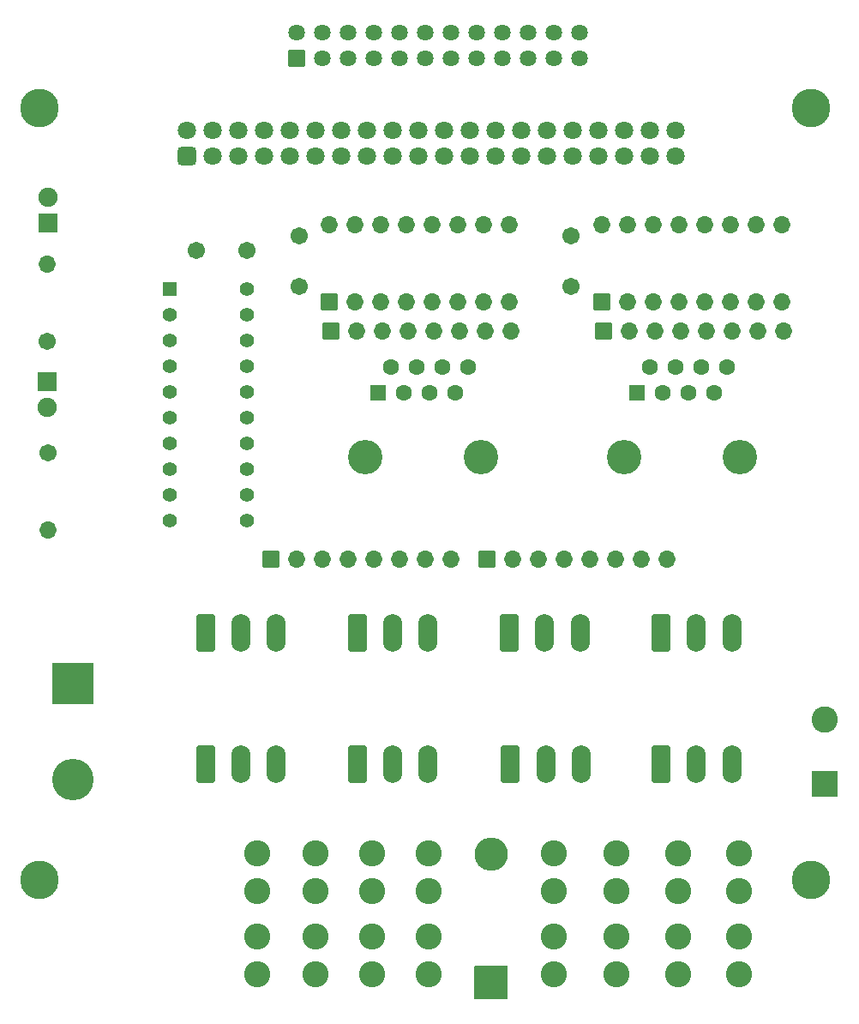
<source format=gbr>
%TF.GenerationSoftware,KiCad,Pcbnew,(6.0.7)*%
%TF.CreationDate,2022-08-24T09:57:57-04:00*%
%TF.ProjectId,Multi_Expansion,4d756c74-695f-4457-9870-616e73696f6e,v3*%
%TF.SameCoordinates,Original*%
%TF.FileFunction,Soldermask,Bot*%
%TF.FilePolarity,Negative*%
%FSLAX46Y46*%
G04 Gerber Fmt 4.6, Leading zero omitted, Abs format (unit mm)*
G04 Created by KiCad (PCBNEW (6.0.7)) date 2022-08-24 09:57:57*
%MOMM*%
%LPD*%
G01*
G04 APERTURE LIST*
G04 Aperture macros list*
%AMRoundRect*
0 Rectangle with rounded corners*
0 $1 Rounding radius*
0 $2 $3 $4 $5 $6 $7 $8 $9 X,Y pos of 4 corners*
0 Add a 4 corners polygon primitive as box body*
4,1,4,$2,$3,$4,$5,$6,$7,$8,$9,$2,$3,0*
0 Add four circle primitives for the rounded corners*
1,1,$1+$1,$2,$3*
1,1,$1+$1,$4,$5*
1,1,$1+$1,$6,$7*
1,1,$1+$1,$8,$9*
0 Add four rect primitives between the rounded corners*
20,1,$1+$1,$2,$3,$4,$5,0*
20,1,$1+$1,$4,$5,$6,$7,0*
20,1,$1+$1,$6,$7,$8,$9,0*
20,1,$1+$1,$8,$9,$2,$3,0*%
G04 Aperture macros list end*
%ADD10RoundRect,0.301000X-0.650000X-1.550000X0.650000X-1.550000X0.650000X1.550000X-0.650000X1.550000X0*%
%ADD11O,1.902000X3.702000*%
%ADD12C,2.577000*%
%ADD13C,1.702000*%
%ADD14RoundRect,0.051000X-0.800000X-0.800000X0.800000X-0.800000X0.800000X0.800000X-0.800000X0.800000X0*%
%ADD15O,1.702000X1.702000*%
%ADD16RoundRect,0.051000X1.600000X-1.600000X1.600000X1.600000X-1.600000X1.600000X-1.600000X-1.600000X0*%
%ADD17O,3.302000X3.302000*%
%ADD18RoundRect,0.051000X0.900000X-0.900000X0.900000X0.900000X-0.900000X0.900000X-0.900000X-0.900000X0*%
%ADD19C,1.902000*%
%ADD20RoundRect,0.051000X-0.647700X-0.647700X0.647700X-0.647700X0.647700X0.647700X-0.647700X0.647700X0*%
%ADD21C,1.397400*%
%ADD22C,3.802000*%
%ADD23RoundRect,0.051000X-2.000000X2.000000X-2.000000X-2.000000X2.000000X-2.000000X2.000000X2.000000X0*%
%ADD24C,4.102000*%
%ADD25RoundRect,0.051000X-0.900000X0.900000X-0.900000X-0.900000X0.900000X-0.900000X0.900000X0.900000X0*%
%ADD26RoundRect,0.051000X0.800000X-0.800000X0.800000X0.800000X-0.800000X0.800000X-0.800000X-0.800000X0*%
%ADD27C,3.402000*%
%ADD28RoundRect,0.051000X-0.750000X-0.750000X0.750000X-0.750000X0.750000X0.750000X-0.750000X0.750000X0*%
%ADD29C,1.602000*%
%ADD30RoundRect,0.051000X1.250000X-1.250000X1.250000X1.250000X-1.250000X1.250000X-1.250000X-1.250000X0*%
%ADD31C,2.602000*%
%ADD32RoundRect,0.301000X0.600000X-0.600000X0.600000X0.600000X-0.600000X0.600000X-0.600000X-0.600000X0*%
%ADD33C,1.802000*%
%ADD34RoundRect,0.051000X-0.765000X-0.765000X0.765000X-0.765000X0.765000X0.765000X-0.765000X0.765000X0*%
%ADD35C,1.632000*%
G04 APERTURE END LIST*
D10*
%TO.C,J2*%
X-112017200Y3500D03*
D11*
X-108517200Y3500D03*
X-105017200Y3500D03*
%TD*%
D10*
%TO.C,J5*%
X-82017200Y13003500D03*
D11*
X-78517200Y13003500D03*
X-75017200Y13003500D03*
%TD*%
D10*
%TO.C,J6*%
X-81902858Y3500D03*
D11*
X-78402858Y3500D03*
X-74902858Y3500D03*
%TD*%
D10*
%TO.C,J7*%
X-67017200Y13003500D03*
D11*
X-63517200Y13003500D03*
X-60017200Y13003500D03*
%TD*%
D10*
%TO.C,J8*%
X-67017200Y3500D03*
D11*
X-63517200Y3500D03*
X-60017200Y3500D03*
%TD*%
D12*
%TO.C,F1*%
X-106894600Y-20685100D03*
X-106894600Y-16985100D03*
X-106894600Y-12485100D03*
X-106894600Y-8785100D03*
%TD*%
%TO.C,F7*%
X-65324600Y-20695100D03*
X-65324600Y-16995100D03*
X-65324600Y-12495100D03*
X-65324600Y-8795100D03*
%TD*%
D13*
%TO.C,C3*%
X-107916200Y50735700D03*
X-112916200Y50735700D03*
%TD*%
D12*
%TO.C,F2*%
X-101149600Y-20700100D03*
X-101149600Y-17000100D03*
X-101149600Y-12500100D03*
X-101149600Y-8800100D03*
%TD*%
%TO.C,F6*%
X-71444600Y-20695100D03*
X-71444600Y-16995100D03*
X-71444600Y-12495100D03*
X-71444600Y-8795100D03*
%TD*%
%TO.C,F8*%
X-59324100Y-20695100D03*
X-59324100Y-16995100D03*
X-59324100Y-12495100D03*
X-59324100Y-8795100D03*
%TD*%
%TO.C,F5*%
X-77604600Y-20695100D03*
X-77604600Y-16995100D03*
X-77604600Y-12495100D03*
X-77604600Y-8795100D03*
%TD*%
%TO.C,F3*%
X-95549600Y-20700100D03*
X-95549600Y-17000100D03*
X-95549600Y-12500100D03*
X-95549600Y-8800100D03*
%TD*%
D14*
%TO.C,RN1*%
X-105555700Y20235700D03*
D15*
X-103015700Y20235700D03*
X-100475700Y20235700D03*
X-97935700Y20235700D03*
X-95395700Y20235700D03*
X-92855700Y20235700D03*
X-90315700Y20235700D03*
X-87775700Y20235700D03*
%TD*%
D12*
%TO.C,F4*%
X-89949600Y-20700100D03*
X-89949600Y-17000100D03*
X-89949600Y-12500100D03*
X-89949600Y-8800100D03*
%TD*%
D10*
%TO.C,J1*%
X-112017200Y13003500D03*
D11*
X-108517200Y13003500D03*
X-105017200Y13003500D03*
%TD*%
D10*
%TO.C,J3*%
X-97017200Y13003500D03*
D11*
X-93517200Y13003500D03*
X-90017200Y13003500D03*
%TD*%
D10*
%TO.C,J4*%
X-97017200Y3500D03*
D11*
X-93517200Y3500D03*
X-90017200Y3500D03*
%TD*%
D16*
%TO.C,D1*%
X-83784600Y-21565100D03*
D17*
X-83784600Y-8865100D03*
%TD*%
D13*
%TO.C,R1*%
X-127586200Y30785700D03*
D15*
X-127586200Y23165700D03*
%TD*%
D18*
%TO.C,D3*%
X-127600067Y53421667D03*
D19*
X-127600067Y55961667D03*
%TD*%
D13*
%TO.C,R2*%
X-127650067Y41761667D03*
D15*
X-127650067Y49381667D03*
%TD*%
D20*
%TO.C,U3*%
X-115552067Y46895667D03*
D21*
X-115552067Y44355667D03*
X-115552067Y41815667D03*
X-115552067Y39275667D03*
X-115552067Y36735667D03*
X-115552067Y34195667D03*
X-115552067Y31655667D03*
X-115552067Y29115667D03*
X-115552067Y26575667D03*
X-115552067Y24035667D03*
X-107932067Y24035667D03*
X-107932067Y26575667D03*
X-107932067Y29115667D03*
X-107932067Y31655667D03*
X-107932067Y34195667D03*
X-107932067Y36735667D03*
X-107932067Y39275667D03*
X-107932067Y41815667D03*
X-107932067Y44355667D03*
X-107932067Y46895667D03*
%TD*%
D22*
%TO.C,REF\u002A\u002A*%
X-128386200Y-11366300D03*
%TD*%
%TO.C,REF\u002A\u002A*%
X-52186200Y64833700D03*
%TD*%
D14*
%TO.C,RN2*%
X-84241200Y20235700D03*
D15*
X-81701200Y20235700D03*
X-79161200Y20235700D03*
X-76621200Y20235700D03*
X-74081200Y20235700D03*
X-71541200Y20235700D03*
X-69001200Y20235700D03*
X-66461200Y20235700D03*
%TD*%
D23*
%TO.C,TB1*%
X-125116200Y7985700D03*
D24*
X-125116200Y-1514300D03*
%TD*%
D25*
%TO.C,D2*%
X-127616200Y37810700D03*
D19*
X-127616200Y35270700D03*
%TD*%
D26*
%TO.C,U1*%
X-99826333Y45685733D03*
D15*
X-97286333Y45685733D03*
X-94746333Y45685733D03*
X-92206333Y45685733D03*
X-89666333Y45685733D03*
X-87126333Y45685733D03*
X-84586333Y45685733D03*
X-82046333Y45685733D03*
X-82046333Y53305733D03*
X-84586333Y53305733D03*
X-87126333Y53305733D03*
X-89666333Y53305733D03*
X-92206333Y53305733D03*
X-94746333Y53305733D03*
X-97286333Y53305733D03*
X-99826333Y53305733D03*
%TD*%
D13*
%TO.C,C2*%
X-102766200Y52160700D03*
X-102766200Y47160700D03*
%TD*%
%TO.C,C1*%
X-75891200Y52160700D03*
X-75891200Y47160700D03*
%TD*%
D26*
%TO.C,U2*%
X-72878200Y45685733D03*
D15*
X-70338200Y45685733D03*
X-67798200Y45685733D03*
X-65258200Y45685733D03*
X-62718200Y45685733D03*
X-60178200Y45685733D03*
X-57638200Y45685733D03*
X-55098200Y45685733D03*
X-55098200Y53305733D03*
X-57638200Y53305733D03*
X-60178200Y53305733D03*
X-62718200Y53305733D03*
X-65258200Y53305733D03*
X-67798200Y53305733D03*
X-70338200Y53305733D03*
X-72878200Y53305733D03*
%TD*%
D14*
%TO.C,RN3*%
X-99601333Y42760733D03*
D15*
X-97061333Y42760733D03*
X-94521333Y42760733D03*
X-91981333Y42760733D03*
X-89441333Y42760733D03*
X-86901333Y42760733D03*
X-84361333Y42760733D03*
X-81821333Y42760733D03*
%TD*%
D14*
%TO.C,RN4*%
X-72726333Y42760733D03*
D15*
X-70186333Y42760733D03*
X-67646333Y42760733D03*
X-65106333Y42760733D03*
X-62566333Y42760733D03*
X-60026333Y42760733D03*
X-57486333Y42760733D03*
X-54946333Y42760733D03*
%TD*%
D27*
%TO.C,J11*%
X-59268200Y30310733D03*
X-70698200Y30310733D03*
D28*
X-69428200Y36660733D03*
D29*
X-68158200Y39200733D03*
X-66888200Y36660733D03*
X-65618200Y39200733D03*
X-64348200Y36660733D03*
X-63078200Y39200733D03*
X-61808200Y36660733D03*
X-60538200Y39200733D03*
%TD*%
D27*
%TO.C,J10*%
X-96228833Y30310733D03*
X-84798833Y30310733D03*
D28*
X-94958833Y36660733D03*
D29*
X-93688833Y39200733D03*
X-92418833Y36660733D03*
X-91148833Y39200733D03*
X-89878833Y36660733D03*
X-88608833Y39200733D03*
X-87338833Y36660733D03*
X-86068833Y39200733D03*
%TD*%
D30*
%TO.C,J9*%
X-50816200Y-1914300D03*
D31*
X-50816200Y4435700D03*
%TD*%
D32*
%TO.C,J12*%
X-113876200Y60058200D03*
D33*
X-113876200Y62598200D03*
X-111336200Y60058200D03*
X-111336200Y62598200D03*
X-108796200Y60058200D03*
X-108796200Y62598200D03*
X-106256200Y60058200D03*
X-106256200Y62598200D03*
X-103716200Y60058200D03*
X-103716200Y62598200D03*
X-101176200Y60058200D03*
X-101176200Y62598200D03*
X-98636200Y60058200D03*
X-98636200Y62598200D03*
X-96096200Y60058200D03*
X-96096200Y62598200D03*
X-93556200Y60058200D03*
X-93556200Y62598200D03*
X-91016200Y60058200D03*
X-91016200Y62598200D03*
X-88476200Y60058200D03*
X-88476200Y62598200D03*
X-85936200Y60058200D03*
X-85936200Y62598200D03*
X-83396200Y60058200D03*
X-83396200Y62598200D03*
X-80856200Y60058200D03*
X-80856200Y62598200D03*
X-78316200Y60058200D03*
X-78316200Y62598200D03*
X-75776200Y60058200D03*
X-75776200Y62598200D03*
X-73236200Y60058200D03*
X-73236200Y62598200D03*
X-70696200Y60058200D03*
X-70696200Y62598200D03*
X-68156200Y60058200D03*
X-68156200Y62598200D03*
X-65616200Y60058200D03*
X-65616200Y62598200D03*
%TD*%
D34*
%TO.C,J13*%
X-103036200Y69690700D03*
D35*
X-103036200Y72230700D03*
X-100496200Y69690700D03*
X-100496200Y72230700D03*
X-97956200Y69690700D03*
X-97956200Y72230700D03*
X-95416200Y69690700D03*
X-95416200Y72230700D03*
X-92876200Y69690700D03*
X-92876200Y72230700D03*
X-90336200Y69690700D03*
X-90336200Y72230700D03*
X-87796200Y69690700D03*
X-87796200Y72230700D03*
X-85256200Y69690700D03*
X-85256200Y72230700D03*
X-82716200Y69690700D03*
X-82716200Y72230700D03*
X-80176200Y69690700D03*
X-80176200Y72230700D03*
X-77636200Y69690700D03*
X-77636200Y72230700D03*
X-75096200Y69690700D03*
X-75096200Y72230700D03*
%TD*%
D22*
%TO.C,REF\u002A\u002A*%
X-52186200Y-11366300D03*
%TD*%
%TO.C,REF\u002A\u002A*%
X-128386200Y64833700D03*
%TD*%
M02*

</source>
